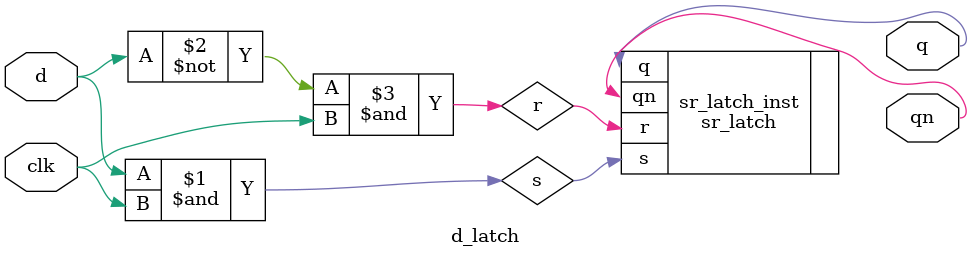
<source format=sv>
`include "ch3/sr_latch.sv"

module d_latch (
    input logic d, clk,
    output logic q, qn
);
    logic s, r;
    assign s = d & clk;
    assign r = ~d & clk;
    
    sr_latch sr_latch_inst (
        .s(s),
        .r(r),
        .q(q),
        .qn(qn)
    );
endmodule
</source>
